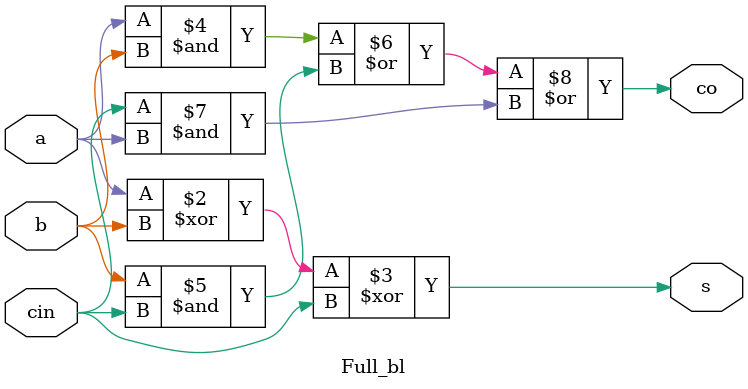
<source format=v>
`timescale 1ns / 1ps


module Full_bl(s,co,a,b,cin);
input a,b,cin;
output reg s,co;
always @(*)
begin
s=(a^b^cin);
co=(a&b)|(b&cin)|(cin&a);
end
endmodule

</source>
